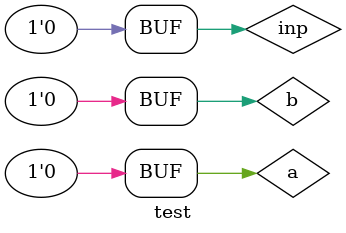
<source format=v>
module test ();

reg a,b;

always @(inp)
  a = #5 inp;
always @(inp)
  b = #3 inp;

reg inp,error;

initial
  begin
//      $dumpfile("test.vcd");
//      $dumpvars(0,test);
      #1 ;		// 1 ns
      error = 0;
      inp = 0;
      #6;		// 7 ns
      if(a !== 0)
         begin
            $display("FAILED - a doesn't clear to 0 at init");
            error = 1;
         end
      if(b !== 0)
         begin
            $display("FAILED - b doesn't clear to 0 at init");
            error = 1;
         end
      #1;		// 8 ns
      inp = 1;		// Create a 4 ns pulse 
      #4 ;
      inp = 0;		// 12 ns
      #4 ;
  end

initial 
  begin
      # 12;
      // We should see a as 0, and b as 1
      if(a !== 0)
         begin
            $display("FAILED - a propagated pulse early");
            error = 1;
         end
      if(b !== 1)
         begin
            $display("FAILED - b doesn't propagate pulse as expected");
            error = 1;
         end
      # 3; // 15 ns
      if(a !== 0)
         begin
            $display("FAILED - a propagated pulse and shouldn't ");
            error = 1;
         end
      if(error == 0)
         $display("PASSED");
    
  end
 
endmodule        

</source>
